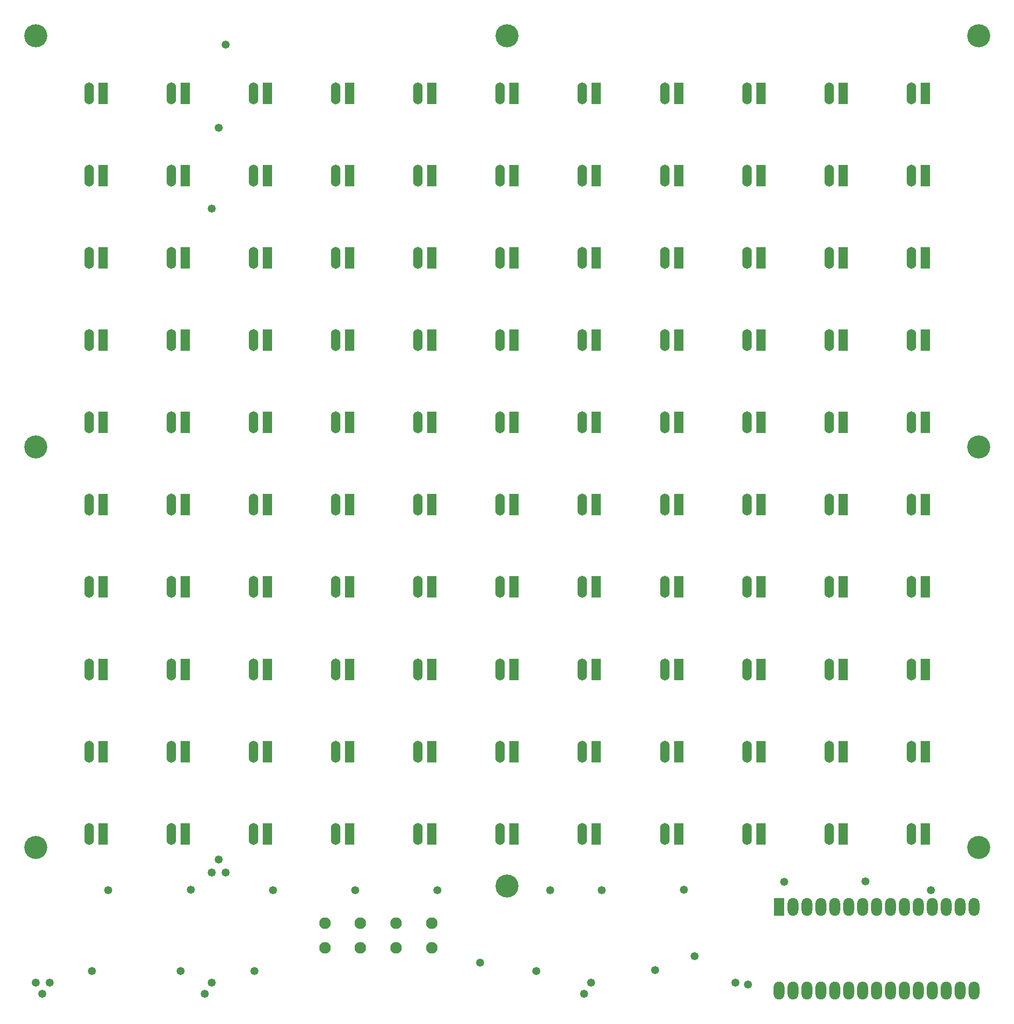
<source format=gbs>
%FSTAX23Y23*%
%MOIN*%
%SFA1B1*%

%IPPOS*%
%ADD28R,0.068000X0.158000*%
%ADD29O,0.068000X0.158000*%
%ADD30C,0.083000*%
%ADD31C,0.165480*%
%ADD32O,0.078000X0.128000*%
%ADD33R,0.078000X0.128000*%
%ADD34C,0.058000*%
%LNwordclock_v20-1*%
%LPD*%
G54D28*
X-02902Y02657D03*
X-02312D03*
X-01721D03*
X-01131D03*
X-0054D03*
X0005D03*
X0064D03*
X01231D03*
X01821D03*
X02412D03*
X03002D03*
X-02902Y02066D03*
X-02312D03*
X-01721D03*
X-01131D03*
X-0054D03*
X0005D03*
X0064D03*
X01231D03*
X01821D03*
X02412D03*
X03002D03*
X-02902Y01476D03*
X-02312D03*
X-01721D03*
X-01131D03*
X-0054D03*
X0005D03*
X0064D03*
X01231D03*
X01821D03*
X02412D03*
X03002D03*
X-02902Y00885D03*
X-02312D03*
X-01721D03*
X-01131D03*
X-0054D03*
X0005D03*
X0064D03*
X01231D03*
X01821D03*
X02412D03*
X03002D03*
X-02902Y00295D03*
X-02312D03*
X-01721D03*
X-01131D03*
X-0054D03*
X0005D03*
X0064D03*
X01231D03*
X01821D03*
X02412D03*
X03002D03*
X-02902Y-00295D03*
X-02312D03*
X-01721D03*
X-01131D03*
X-0054D03*
X0005D03*
X0064D03*
X01231D03*
X01821D03*
X02412D03*
X03002D03*
X-02902Y-00885D03*
X-02312D03*
X-01721D03*
X-01131D03*
X-0054D03*
X0005D03*
X0064D03*
X01231D03*
X01821D03*
X02412D03*
X03002D03*
X-02902Y-01476D03*
X-02312D03*
X-01721D03*
X-01131D03*
X-0054D03*
X0005D03*
X0064D03*
X01231D03*
X01821D03*
X02412D03*
X03002D03*
X-02902Y-02066D03*
X-02312D03*
X-01721D03*
X-01131D03*
X-0054D03*
X0005D03*
X0064D03*
X01231D03*
X01821D03*
X02412D03*
X03002D03*
X-02902Y-02657D03*
X-02312D03*
X-01721D03*
X-01131D03*
X-0054D03*
X0005D03*
X0064D03*
X01231D03*
X01821D03*
X02412D03*
X03002D03*
G54D29*
X-03002Y02657D03*
X-02412D03*
X-01821D03*
X-01231D03*
X-0064D03*
X-0005D03*
X0054D03*
X01131D03*
X01721D03*
X02312D03*
X02902D03*
X-03002Y02066D03*
X-02412D03*
X-01821D03*
X-01231D03*
X-0064D03*
X-0005D03*
X0054D03*
X01131D03*
X01721D03*
X02312D03*
X02902D03*
X-03002Y01476D03*
X-02412D03*
X-01821D03*
X-01231D03*
X-0064D03*
X-0005D03*
X0054D03*
X01131D03*
X01721D03*
X02312D03*
X02902D03*
X-03002Y00885D03*
X-02412D03*
X-01821D03*
X-01231D03*
X-0064D03*
X-0005D03*
X0054D03*
X01131D03*
X01721D03*
X02312D03*
X02902D03*
X-03002Y00295D03*
X-02412D03*
X-01821D03*
X-01231D03*
X-0064D03*
X-0005D03*
X0054D03*
X01131D03*
X01721D03*
X02312D03*
X02902D03*
X-03002Y-00295D03*
X-02412D03*
X-01821D03*
X-01231D03*
X-0064D03*
X-0005D03*
X0054D03*
X01131D03*
X01721D03*
X02312D03*
X02902D03*
X-03002Y-00885D03*
X-02412D03*
X-01821D03*
X-01231D03*
X-0064D03*
X-0005D03*
X0054D03*
X01131D03*
X01721D03*
X02312D03*
X02902D03*
X-03002Y-01476D03*
X-02412D03*
X-01821D03*
X-01231D03*
X-0064D03*
X-0005D03*
X0054D03*
X01131D03*
X01721D03*
X02312D03*
X02902D03*
X-03002Y-02066D03*
X-02412D03*
X-01821D03*
X-01231D03*
X-0064D03*
X-0005D03*
X0054D03*
X01131D03*
X01721D03*
X02312D03*
X02902D03*
X-03002Y-02657D03*
X-02412D03*
X-01821D03*
X-01231D03*
X-0064D03*
X-0005D03*
X0054D03*
X01131D03*
X01721D03*
X02312D03*
X02902D03*
G54D30*
X-00797Y-03474D03*
X-00541D03*
X-00797Y-03297D03*
X-00541D03*
X-01309Y-03474D03*
X-01053D03*
X-01309Y-03297D03*
X-01053D03*
G54D31*
X-03385Y0307D03*
X03385D03*
Y-02755D03*
X-03385D03*
X0Y0307D03*
X-03385Y00118D03*
X03385D03*
X0Y-03031D03*
G54D32*
X01952Y-03782D03*
X02052D03*
X02152D03*
X02252D03*
X02352D03*
X02452D03*
X02552D03*
X02652D03*
X02752D03*
X02852D03*
X02952D03*
X03052D03*
X03152D03*
X03252D03*
X03352D03*
X02052Y-03182D03*
X02152D03*
X02252D03*
X02452D03*
X02352D03*
X02652D03*
X02552D03*
X02852D03*
X02752D03*
X03052D03*
X02952D03*
X03252D03*
X03152D03*
X03352D03*
G54D33*
X01952Y-03182D03*
G54D34*
X01062Y-03633D03*
X02573Y-02997D03*
X0173Y-03737D03*
X0164Y-03723D03*
X01345Y-03535D03*
X-02121Y-03723D03*
X-03286D03*
X-02981Y-0364D03*
X-03386Y-03723D03*
X-02346Y-0364D03*
X0199Y-03D03*
X-02863Y-03062D03*
X-02272Y-03057D03*
X-01682Y-03062D03*
X-01091D03*
X-005D03*
X0068D03*
X0127Y-03057D03*
X03042Y-03062D03*
X00208Y-0364D03*
X-01816D03*
X-0207Y0241D03*
X-0202Y03005D03*
X-0212Y01829D03*
X-00195Y-0358D03*
X0031Y-0306D03*
X-0207Y-0284D03*
X-0202Y-02935D03*
X-0212D03*
X00603Y-03723D03*
X00553Y-03804D03*
X-02172Y-03805D03*
X-03337D03*
M02*
</source>
